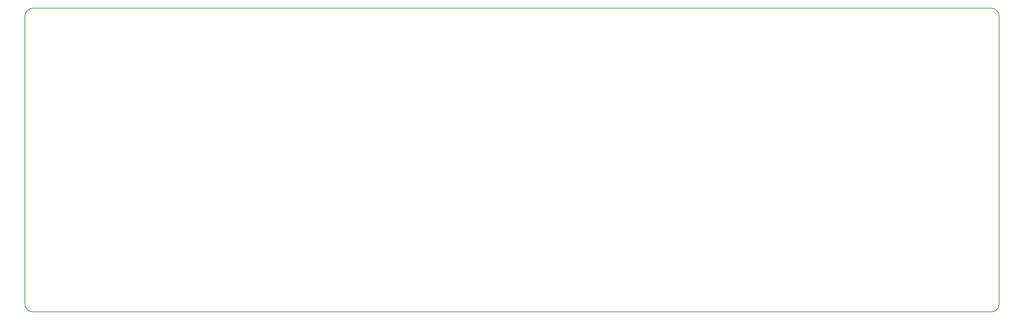
<source format=gbr>
%TF.GenerationSoftware,KiCad,Pcbnew,8.0.8*%
%TF.CreationDate,2025-05-03T21:44:13+02:00*%
%TF.ProjectId,PowerVan JST revision,506f7765-7256-4616-9e20-4a5354207265,rev?*%
%TF.SameCoordinates,Original*%
%TF.FileFunction,Profile,NP*%
%FSLAX46Y46*%
G04 Gerber Fmt 4.6, Leading zero omitted, Abs format (unit mm)*
G04 Created by KiCad (PCBNEW 8.0.8) date 2025-05-03 21:44:13*
%MOMM*%
%LPD*%
G01*
G04 APERTURE LIST*
%TA.AperFunction,Profile*%
%ADD10C,0.200000*%
%TD*%
G04 APERTURE END LIST*
D10*
X173302685Y-233362581D02*
X173302595Y-161925000D01*
X413543871Y-235479423D02*
X175419259Y-235479333D01*
X175419347Y-159808426D02*
X413544049Y-159808507D01*
X415660623Y-161925259D02*
X415660623Y-233362759D01*
X415660623Y-233362849D02*
G75*
G02*
X413543871Y-235479423I-2116623J49D01*
G01*
X175419259Y-235479333D02*
G75*
G02*
X173302667Y-233362581I41J2116633D01*
G01*
X413544049Y-159808507D02*
G75*
G02*
X415660693Y-161925259I-49J-2116693D01*
G01*
X173302595Y-161925000D02*
G75*
G02*
X175419347Y-159808395I2116705J-100D01*
G01*
M02*

</source>
